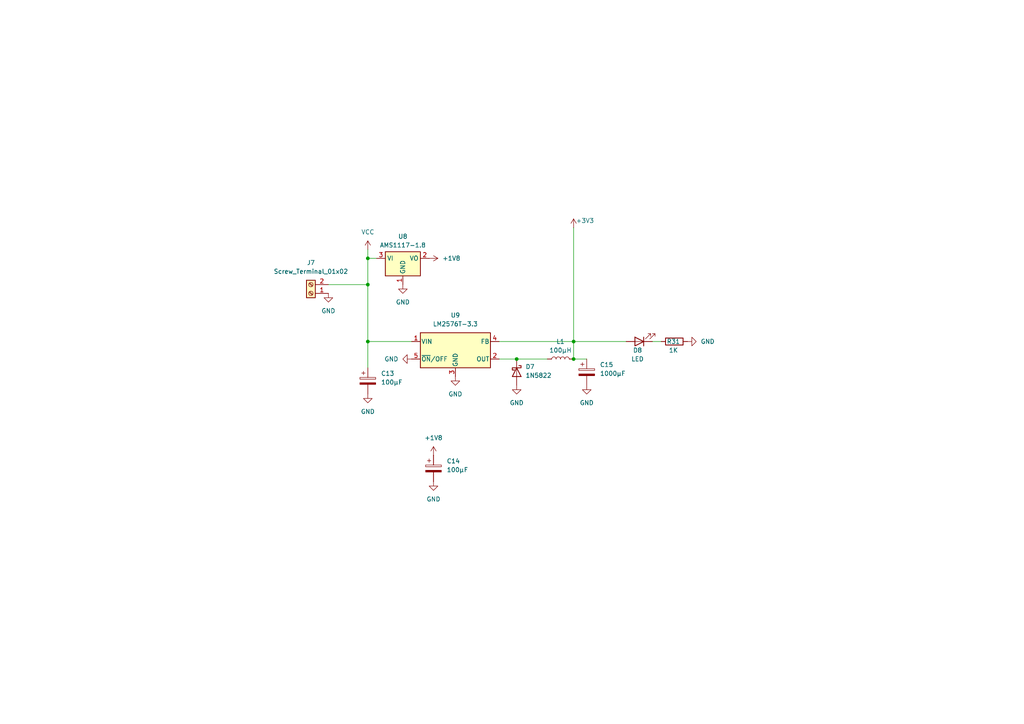
<source format=kicad_sch>
(kicad_sch (version 20250114) (generator "eeschema") (generator_version "9.0")
  (paper "A4")
  (lib_symbols
    (symbol "Connector:Screw_Terminal_01x02" (pin_names (offset 1.016) (hide yes))
      (property "Reference" "J" (at 0 2.54 0))
      (property "Value" "Screw_Terminal_01x02" (at 0 -5.08 0))
      (symbol "Screw_Terminal_01x02_1_1"
        (rectangle (start -1.27 1.27) (end 1.27 -3.81) (stroke (width 0.254)) (fill (type background)))
        (polyline (pts (xy -0.5334 0.3302) (xy 0.3302 -0.508)) (stroke (width 0.1524)))
        (polyline (pts (xy -0.5334 -2.2098) (xy 0.3302 -3.048)) (stroke (width 0.1524)))
        (polyline (pts (xy -0.3556 0.508) (xy 0.508 -0.3302)) (stroke (width 0.1524)))
        (polyline (pts (xy -0.3556 -2.032) (xy 0.508 -2.8702)) (stroke (width 0.1524)))
        (circle (center 0 0) (radius 0.635) (stroke (width 0.1524)))
        (circle (center 0 -2.54) (radius 0.635) (stroke (width 0.1524)))
        (pin passive line (at -5.08 0 0) (length 3.81) (name "Pin_1") (number "1"))
        (pin passive line (at -5.08 -2.54 0) (length 3.81) (name "Pin_2") (number "2"))
      )
    )
    (symbol "Device:C_Polarized" (pin_numbers (hide yes)) (pin_names (offset 0.254))
      (property "Reference" "C" (at 0.635 2.54 0))
      (property "Value" "C_Polarized" (at 0.635 -2.54 0))
      (symbol "C_Polarized_0_1"
        (rectangle (start -2.286 0.508) (end 2.286 1.016))
        (polyline (pts (xy -1.778 2.286) (xy -0.762 2.286)))
        (polyline (pts (xy -1.27 2.794) (xy -1.27 1.778)))
        (rectangle (start 2.286 -0.508) (end -2.286 -1.016) (fill (type outline)))
      )
      (symbol "C_Polarized_1_1"
        (pin passive line (at 0 3.81 270) (length 2.794) (name "~") (number "1"))
        (pin passive line (at 0 -3.81 90) (length 2.794) (name "~") (number "2"))
      )
    )
    (symbol "Device:L" (pin_numbers (hide yes)) (pin_names (offset 1.016) (hide yes))
      (property "Reference" "L" (at -1.27 0 90))
      (property "Value" "L" (at 1.905 0 90))
      (symbol "L_0_1"
        (arc (start 0 2.54) (mid 0.6323 1.905) (end 0 1.27))
        (arc (start 0 1.27) (mid 0.6323 0.635) (end 0 0))
        (arc (start 0 0) (mid 0.6323 -0.635) (end 0 -1.27))
        (arc (start 0 -1.27) (mid 0.6323 -1.905) (end 0 -2.54))
      )
      (symbol "L_1_1"
        (pin passive line (at 0 3.81 270) (length 1.27) (name "1") (number "1"))
        (pin passive line (at 0 -3.81 90) (length 1.27) (name "2") (number "2"))
      )
    )
    (symbol "Device:LED" (pin_numbers (hide yes)) (pin_names (offset 1.016) (hide yes))
      (property "Reference" "D" (at 0 2.54 0))
      (property "Value" "LED" (at 0 -2.54 0))
      (symbol "LED_0_1"
        (polyline (pts (xy -3.048 -0.762) (xy -4.572 -2.286) (xy -3.81 -2.286) (xy -4.572 -2.286) (xy -4.572 -1.524)))
        (polyline (pts (xy -1.778 -0.762) (xy -3.302 -2.286) (xy -2.54 -2.286) (xy -3.302 -2.286) (xy -3.302 -1.524)))
        (polyline (pts (xy -1.27 0) (xy 1.27 0)))
        (polyline (pts (xy -1.27 -1.27) (xy -1.27 1.27)) (stroke (width 0.254)))
        (polyline (pts (xy 1.27 -1.27) (xy 1.27 1.27) (xy -1.27 0) (xy 1.27 -1.27)) (stroke (width 0.254)))
      )
      (symbol "LED_1_1"
        (pin passive line (at -3.81 0 0) (length 2.54) (name "K") (number "1"))
        (pin passive line (at 3.81 0 180) (length 2.54) (name "A") (number "2"))
      )
    )
    (symbol "Device:R" (pin_numbers (hide yes)) (pin_names (offset 0))
      (property "Reference" "R" (at 2.032 0 90))
      (property "Value" "R" (at 0 0 90))
      (symbol "R_0_1"
        (rectangle (start -1.016 -2.54) (end 1.016 2.54) (stroke (width 0.254)))
      )
      (symbol "R_1_1"
        (pin passive line (at 0 3.81 270) (length 1.27) (name "~") (number "1"))
        (pin passive line (at 0 -3.81 90) (length 1.27) (name "~") (number "2"))
      )
    )
    (symbol "Diode:1N5822" (pin_numbers (hide yes)) (pin_names (offset 1.016) (hide yes))
      (property "Reference" "D" (at 0 2.54 0))
      (property "Value" "1N5822" (at 0 -2.54 0))
      (symbol "1N5822_0_1"
        (polyline (pts (xy -1.905 0.635) (xy -1.905 1.27) (xy -1.27 1.27) (xy -1.27 -1.27) (xy -0.635 -1.27) (xy -0.635 -0.635)) (stroke (width 0.254)))
        (polyline (pts (xy 1.27 1.27) (xy 1.27 -1.27) (xy -1.27 0) (xy 1.27 1.27)) (stroke (width 0.254)))
        (polyline (pts (xy 1.27 0) (xy -1.27 0)))
      )
      (symbol "1N5822_1_1"
        (pin passive line (at -3.81 0 0) (length 2.54) (name "K") (number "1"))
        (pin passive line (at 3.81 0 180) (length 2.54) (name "A") (number "2"))
      )
    )
    (symbol "Regulator_Linear:AMS1117-1.8"
      (property "Reference" "U" (at -3.81 3.175 0))
      (property "Value" "AMS1117-1.8" (at 0 3.175 0))
      (symbol "AMS1117-1.8_0_1"
        (rectangle (start -5.08 -5.08) (end 5.08 1.905) (stroke (width 0.254)) (fill (type background)))
      )
      (symbol "AMS1117-1.8_1_1"
        (pin power_in line (at -7.62 0 0) (length 2.54) (name "VI") (number "3"))
        (pin power_in line (at 0 -7.62 90) (length 2.54) (name "GND") (number "1"))
        (pin power_out line (at 7.62 0 180) (length 2.54) (name "VO") (number "2"))
      )
    )
    (symbol "Regulator_Switching:LM2576T-3.3" (pin_names (offset 0.254))
      (property "Reference" "U" (at -10.16 6.35 0))
      (property "Value" "LM2576T-3.3" (at 0 6.35 0))
      (symbol "LM2576T-3.3_0_1"
        (rectangle (start -10.16 5.08) (end 10.16 -5.08) (stroke (width 0.254)) (fill (type background)))
      )
      (symbol "LM2576T-3.3_1_1"
        (pin power_in line (at -12.7 2.54 0) (length 2.54) (name "VIN") (number "1"))
        (pin input line (at -12.7 -2.54 0) (length 2.54) (name "~{ON}/OFF") (number "5"))
        (pin power_in line (at 0 -7.62 90) (length 2.54) (name "GND") (number "3"))
        (pin input line (at 12.7 2.54 180) (length 2.54) (name "FB") (number "4"))
        (pin output line (at 12.7 -2.54 180) (length 2.54) (name "OUT") (number "2"))
      )
    )
    (symbol "power:+1V8" (power) (pin_numbers (hide yes)) (pin_names (offset 0) (hide yes))
      (property "Value" "+1V8" (at 0 3.556 0))
      (symbol "+1V8_0_1"
        (polyline (pts (xy -0.762 1.27) (xy 0 2.54)))
        (polyline (pts (xy 0 2.54) (xy 0.762 1.27)))
        (polyline (pts (xy 0 0) (xy 0 2.54)))
      )
      (symbol "+1V8_1_1"
        (pin power_in line (at 0 0 90) (length 0) (name "~") (number "1"))
      )
    )
    (symbol "power:+3V3" (power) (pin_numbers (hide yes)) (pin_names (offset 0) (hide yes))
      (property "Value" "+3V3" (at 0 3.556 0))
      (symbol "+3V3_0_1"
        (polyline (pts (xy -0.762 1.27) (xy 0 2.54)))
        (polyline (pts (xy 0 2.54) (xy 0.762 1.27)))
        (polyline (pts (xy 0 0) (xy 0 2.54)))
      )
      (symbol "+3V3_1_1"
        (pin power_in line (at 0 0 90) (length 0) (name "~") (number "1"))
      )
    )
    (symbol "power:GND" (power) (pin_names (offset 0))
      (property "Value" "GND" (at 0 -3.81 0))
      (symbol "GND_0_1"
        (polyline (pts (xy 0 0) (xy 0 -1.27) (xy 1.27 -1.27) (xy 0 -2.54) (xy -1.27 -1.27) (xy 0 -1.27)))
      )
      (symbol "GND_1_1"
        (pin power_in line (at 0 0 270) (length 0) (hide yes) (name "GND") (number "1"))
      )
    )
    (symbol "power:VCC" (power) (pin_numbers (hide yes)) (pin_names (offset 0) (hide yes))
      (property "Value" "VCC" (at 0 3.556 0))
      (symbol "VCC_0_1"
        (polyline (pts (xy -0.762 1.27) (xy 0 2.54)))
        (polyline (pts (xy 0 2.54) (xy 0.762 1.27)))
        (polyline (pts (xy 0 0) (xy 0 2.54)))
      )
      (symbol "VCC_1_1"
        (pin power_in line (at 0 0 90) (length 0) (name "~") (number "1"))
      )
    )
  )
  (junction (at 166.37 104.14))
  (junction (at 149.86 104.14))
  (junction (at 106.68 74.93))
  (junction (at 106.68 99.06))
  (junction (at 106.68 82.55))
  (junction (at 166.37 99.06))
  (wire (pts (xy 144.78 99.06) (xy 166.37 99.06)))
  (wire (pts (xy 166.37 66.04) (xy 166.37 99.06)))
  (wire (pts (xy 106.68 99.06) (xy 119.38 99.06)))
  (wire (pts (xy 106.68 74.93) (xy 109.22 74.93)))
  (wire (pts (xy 166.37 99.06) (xy 166.37 104.14)))
  (wire (pts (xy 149.86 104.14) (xy 158.75 104.14)))
  (wire (pts (xy 106.68 72.39) (xy 106.68 74.93)))
  (wire (pts (xy 106.68 106.68) (xy 106.68 99.06)))
  (wire (pts (xy 166.37 104.14) (xy 170.18 104.14)))
  (wire (pts (xy 144.78 104.14) (xy 149.86 104.14)))
  (wire (pts (xy 106.68 74.93) (xy 106.68 82.55)))
  (wire (pts (xy 189.23 99.06) (xy 191.77 99.06)))
  (wire (pts (xy 166.37 99.06) (xy 181.61 99.06)))
  (wire (pts (xy 95.25 82.55) (xy 106.68 82.55)))
  (wire (pts (xy 106.68 82.55) (xy 106.68 99.06)))
  (symbol (lib_id "Regulator_Switching:LM2576T-3.3") (at 132.08 101.6 0) (unit 1)
    (property "Reference" "U9" (at 132.08 91.44 0))
    (property "Value" "LM2576T-3.3" (at 132.08 93.98 0))
    (property "Footprint" "TholinsStuff:TO-220-5_Horizontal_TabDown_Fixed" (effects (hide yes)))
    (property "Datasheet" "http://www.ti.com/lit/ds/symlink/lm2576.pdf" (effects (hide yes)))
    (property "Description" "3.3V, 3A SIMPLE SWITCHER® Step-Down Voltage Regulator, TO-220-5" (effects (hide yes)))
  )
  (symbol (lib_id "Connector:Screw_Terminal_01x02") (at 90.17 85.09 180) (unit 1)
    (property "Reference" "J7" (at 90.17 76.2 0))
    (property "Value" "Screw_Terminal_01x02" (at 90.17 78.74 0))
    (property "Footprint" "TerminalBlock:TerminalBlock_bornier-2_P5.08mm" (effects (hide yes)))
    (property "Description" "Generic screw terminal, single row, 01x02, script generated (kicad-library-utils/schlib/autogen/connector/)" (effects (hide yes)))
  )
  (symbol (lib_id "power:+1V8") (at 125.73 132.08 0) (unit 1)
    (property "Reference" "#PWR091" (effects (hide yes)))
    (property "Value" "+1V8" (at 125.73 127 0))
    (property "Description" "Power symbol creates a global label with name \"+1V8\"" (effects (hide yes)))
  )
  (symbol (lib_id "power:GND") (at 116.84 82.55 0) (unit 1)
    (property "Reference" "#PWR088" (effects (hide yes)))
    (property "Value" "GND" (at 116.84 87.63 0))
    (property "Description" "Power symbol creates a global label with name \"GND\" , ground" (effects (hide yes)))
  )
  (symbol (lib_id "power:GND") (at 170.18 111.76 0) (unit 1)
    (property "Reference" "#PWR096" (effects (hide yes)))
    (property "Value" "GND" (at 170.18 116.84 0))
    (property "Description" "Power symbol creates a global label with name \"GND\" , ground" (effects (hide yes)))
  )
  (symbol (lib_id "power:GND") (at 119.38 104.14 270) (unit 1)
    (property "Reference" "#PWR089" (effects (hide yes)))
    (property "Value" "GND" (at 115.57 104.1399 90) (effects (justify right)))
    (property "Description" "Power symbol creates a global label with name \"GND\" , ground" (effects (hide yes)))
  )
  (symbol (lib_id "Device:LED") (at 185.42 99.06 180) (unit 1)
    (property "Reference" "D8" (at 184.912 101.6 0))
    (property "Value" "LED" (at 184.912 104.14 0))
    (property "Footprint" "LED_SMD:LED_1206_3216Metric_Pad1.42x1.75mm_HandSolder" (effects (hide yes)))
  )
  (symbol (lib_id "Diode:1N5822") (at 149.86 107.95 270) (unit 1)
    (property "Reference" "D7" (at 152.4 106.3624 90) (effects (justify left)))
    (property "Value" "1N5822" (at 152.4 108.9024 90) (effects (justify left)))
    (property "Footprint" "Diode_THT:D_DO-201AD_P15.24mm_Horizontal" (effects (hide yes)))
    (property "Datasheet" "http://www.vishay.com/docs/88526/1n5820.pdf" (effects (hide yes)))
    (property "Description" "40V 3A Schottky Barrier Rectifier Diode, DO-201AD" (effects (hide yes)))
  )
  (symbol (lib_id "power:GND") (at 106.68 114.3 0) (unit 1)
    (property "Reference" "#PWR087" (effects (hide yes)))
    (property "Value" "GND" (at 106.68 119.38 0))
    (property "Description" "Power symbol creates a global label with name \"GND\" , ground" (effects (hide yes)))
  )
  (symbol (lib_id "Device:C_Polarized") (at 170.18 107.95 0) (unit 1)
    (property "Reference" "C15" (at 173.99 105.7909 0) (effects (justify left)))
    (property "Value" "1000µF" (at 173.99 108.3309 0) (effects (justify left)))
    (property "Footprint" "Capacitor_THT:CP_Radial_D6.3mm_P2.50mm" (effects (hide yes)))
    (property "Description" "Polarized capacitor" (effects (hide yes)))
  )
  (symbol (lib_id "power:+1V8") (at 124.46 74.93 270) (unit 1)
    (property "Reference" "#PWR090" (effects (hide yes)))
    (property "Value" "+1V8" (at 128.27 74.9299 90) (effects (justify left)))
    (property "Description" "Power symbol creates a global label with name \"+1V8\"" (effects (hide yes)))
  )
  (symbol (lib_id "power:GND") (at 149.86 111.76 0) (unit 1)
    (property "Reference" "#PWR094" (effects (hide yes)))
    (property "Value" "GND" (at 149.86 116.84 0))
    (property "Description" "Power symbol creates a global label with name \"GND\" , ground" (effects (hide yes)))
  )
  (symbol (lib_id "Device:L") (at 162.56 104.14 90) (unit 1)
    (property "Reference" "L1" (at 162.56 99.06 90))
    (property "Value" "100µH" (at 162.56 101.6 90))
    (property "Footprint" "Inductor_THT:L_Radial_D6.0mm_P4.00mm" (effects (hide yes)))
    (property "Description" "Inductor" (effects (hide yes)))
  )
  (symbol (lib_id "power:+3V3") (at 166.37 66.04 0) (unit 1)
    (property "Reference" "#PWR095" (effects (hide yes)))
    (property "Value" "+3V3" (at 169.672 64.008 0))
    (property "Description" "Power symbol creates a global label with name \"+3V3\"" (effects (hide yes)))
  )
  (symbol (lib_id "Device:R") (at 195.58 99.06 90) (unit 1)
    (property "Reference" "R31" (at 195.326 99.06 90))
    (property "Value" "1K" (at 195.326 101.6 90))
    (property "Footprint" "Resistor_SMD:R_1206_3216Metric_Pad1.30x1.75mm_HandSolder" (effects (hide yes)))
  )
  (symbol (lib_id "power:GND") (at 199.39 99.06 90) (unit 1)
    (property "Reference" "#PWR097" (effects (hide yes)))
    (property "Value" "GND" (at 203.2 99.0599 90) (effects (justify right)))
    (property "Description" "Power symbol creates a global label with name \"GND\" , ground" (effects (hide yes)))
  )
  (symbol (lib_id "Device:C_Polarized") (at 125.73 135.89 0) (unit 1)
    (property "Reference" "C14" (at 129.54 133.7309 0) (effects (justify left)))
    (property "Value" "100µF" (at 129.54 136.2709 0) (effects (justify left)))
    (property "Footprint" "Capacitor_SMD:CP_Elec_4x3" (effects (hide yes)))
    (property "Description" "Polarized capacitor" (effects (hide yes)))
  )
  (symbol (lib_id "power:GND") (at 95.25 85.09 0) (unit 1)
    (property "Reference" "#PWR085" (effects (hide yes)))
    (property "Value" "GND" (at 95.25 90.17 0))
    (property "Description" "Power symbol creates a global label with name \"GND\" , ground" (effects (hide yes)))
  )
  (symbol (lib_id "power:GND") (at 132.08 109.22 0) (unit 1)
    (property "Reference" "#PWR093" (effects (hide yes)))
    (property "Value" "GND" (at 132.08 114.3 0))
    (property "Description" "Power symbol creates a global label with name \"GND\" , ground" (effects (hide yes)))
  )
  (symbol (lib_id "power:VCC") (at 106.68 72.39 0) (unit 1)
    (property "Reference" "#PWR086" (effects (hide yes)))
    (property "Value" "VCC" (at 106.68 67.31 0))
    (property "Description" "Power symbol creates a global label with name \"VCC\"" (effects (hide yes)))
  )
  (symbol (lib_id "Device:C_Polarized") (at 106.68 110.49 0) (unit 1)
    (property "Reference" "C13" (at 110.49 108.3309 0) (effects (justify left)))
    (property "Value" "100µF" (at 110.49 110.8709 0) (effects (justify left)))
    (property "Footprint" "Capacitor_THT:CP_Radial_D5.0mm_P2.50mm" (effects (hide yes)))
    (property "Description" "Polarized capacitor" (effects (hide yes)))
  )
  (symbol (lib_id "Regulator_Linear:AMS1117-1.8") (at 116.84 74.93 0) (unit 1)
    (property "Reference" "U8" (at 116.84 68.58 0))
    (property "Value" "AMS1117-1.8" (at 116.84 71.12 0))
    (property "Footprint" "Package_TO_SOT_SMD:SOT-223-3_TabPin2" (effects (hide yes)))
    (property "Datasheet" "http://www.advanced-monolithic.com/pdf/ds1117.pdf" (effects (hide yes)))
    (property "Description" "1A Low Dropout regulator, positive, 1.8V fixed output, SOT-223" (effects (hide yes)))
  )
  (symbol (lib_id "power:GND") (at 125.73 139.7 0) (unit 1)
    (property "Reference" "#PWR092" (effects (hide yes)))
    (property "Value" "GND" (at 125.73 144.78 0))
    (property "Description" "Power symbol creates a global label with name \"GND\" , ground" (effects (hide yes)))
  )
)
</source>
